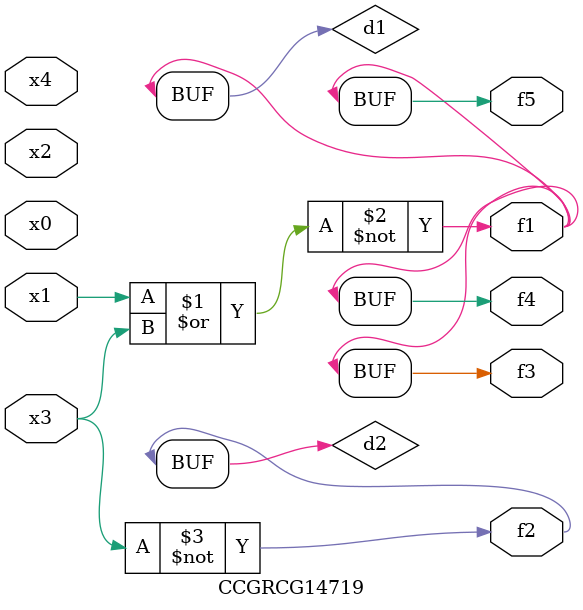
<source format=v>
module CCGRCG14719(
	input x0, x1, x2, x3, x4,
	output f1, f2, f3, f4, f5
);

	wire d1, d2;

	nor (d1, x1, x3);
	not (d2, x3);
	assign f1 = d1;
	assign f2 = d2;
	assign f3 = d1;
	assign f4 = d1;
	assign f5 = d1;
endmodule

</source>
